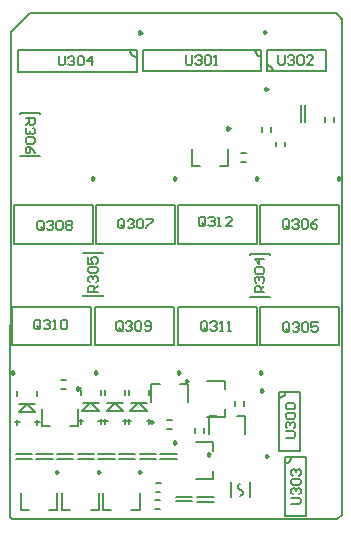
<source format=gto>
G04*
G04 #@! TF.GenerationSoftware,Altium Limited,Altium Designer,20.2.7 (254)*
G04*
G04 Layer_Color=65535*
%FSLAX25Y25*%
%MOIN*%
G70*
G04*
G04 #@! TF.SameCoordinates,5AC374DB-F55B-4F4B-A56E-E1240E510371*
G04*
G04*
G04 #@! TF.FilePolarity,Positive*
G04*
G01*
G75*
%ADD10C,0.00984*%
%ADD11C,0.00787*%
%ADD12C,0.00800*%
%ADD13C,0.00669*%
D10*
X59843Y46457D02*
X59104Y46883D01*
Y46031D01*
X59843Y46457D01*
X67225Y22047D02*
X66486Y22474D01*
Y21621D01*
X67225Y22047D01*
X73622Y130709D02*
X72884Y131135D01*
Y130282D01*
X73622Y130709D01*
X83169Y114035D02*
X82431Y114462D01*
Y113609D01*
X83169Y114035D01*
X57185Y49272D02*
X56447Y49698D01*
Y48845D01*
X57185Y49272D01*
X84547D02*
X83809Y49698D01*
Y48845D01*
X84547Y49272D01*
X110531Y114035D02*
X109793Y114462D01*
Y113609D01*
X110531Y114035D01*
X55807D02*
X55069Y114462D01*
Y113609D01*
X55807Y114035D01*
X28445D02*
X27707Y114462D01*
Y113609D01*
X28445Y114035D01*
X29429Y49272D02*
X28691Y49698D01*
Y48845D01*
X29429Y49272D01*
X1673D02*
X935Y49698D01*
X935Y48845D01*
X1673Y49272D01*
X30512Y16102D02*
X29774Y16529D01*
Y15676D01*
X30512Y16102D01*
X44272Y162559D02*
X43534Y162985D01*
Y162133D01*
X44272Y162559D01*
X86516Y21437D02*
X85778Y21863D01*
Y21011D01*
X86516Y21437D01*
X55905Y25886D02*
X55167Y26312D01*
Y25460D01*
X55905Y25886D01*
X16535Y16102D02*
X15797Y16529D01*
Y15676D01*
X16535Y16102D01*
X44094D02*
X43356Y16529D01*
Y15676D01*
X44094Y16102D01*
X48130Y32736D02*
X47392Y33163D01*
Y32310D01*
X48130Y32736D01*
X23622Y44055D02*
X22884Y44481D01*
Y43629D01*
X23622Y44055D01*
X85709Y162756D02*
X84970Y163182D01*
Y162330D01*
X85709Y162756D01*
X86319Y143858D02*
X85581Y144284D01*
Y143432D01*
X86319Y143858D01*
X84745Y43287D02*
X84006Y43714D01*
Y42861D01*
X84745Y43287D01*
D11*
X77165Y8247D02*
X78018Y8739D01*
Y9723D01*
X77165Y10215D01*
Y12193D02*
X76313Y11700D01*
Y10716D01*
X77165Y10224D01*
X40571Y156457D02*
X40835Y155473D01*
X41555Y154752D01*
X42539Y154488D01*
X92028Y18976D02*
X93012Y19240D01*
X93733Y19961D01*
X93997Y20945D01*
X82008Y156654D02*
X82272Y155669D01*
X82992Y154949D01*
X83976Y154685D01*
X88169Y149862D02*
X87906Y150847D01*
X87185Y151567D01*
X86201Y151831D01*
X90256Y40827D02*
X91241Y41091D01*
X91961Y41811D01*
X92225Y42795D01*
X72028Y34350D02*
Y37008D01*
Y43701D02*
Y46555D01*
X66220D02*
X72028D01*
X66220Y34350D02*
X72028D01*
X76181Y34724D02*
X78839D01*
X66634D02*
X69488D01*
X66634Y28917D02*
Y34724D01*
X78839Y28917D02*
Y34724D01*
X61024Y118032D02*
X63681D01*
X70374D02*
X73228D01*
Y123839D01*
X61024Y118032D02*
Y123839D01*
X274Y64889D02*
X793Y65408D01*
X274Y1377D02*
X514Y1137D01*
X1220Y430D01*
X109438D01*
X274Y1377D02*
Y64889D01*
X110931Y1924D02*
Y167180D01*
X109438Y430D02*
X110931Y1924D01*
X109061Y169050D02*
X110931Y167180D01*
X793Y162849D02*
X6994Y169050D01*
X109061D01*
X793Y65408D02*
Y162849D01*
X74016Y7776D02*
Y12697D01*
X80315Y7776D02*
Y12697D01*
X56496Y92185D02*
X82874D01*
X56496Y104980D02*
X82874D01*
Y92185D02*
Y104980D01*
X56496Y92185D02*
Y104980D01*
X82874Y58327D02*
Y71122D01*
X56496Y58327D02*
Y71122D01*
Y58327D02*
X82874D01*
X56496Y71122D02*
X82874D01*
X83858D02*
X110236D01*
X83858Y58327D02*
X110236D01*
X83858D02*
Y71122D01*
X110236Y58327D02*
Y71122D01*
X83858Y92185D02*
Y104980D01*
X110236Y92185D02*
Y104980D01*
X83858D02*
X110236D01*
X83858Y92185D02*
X110236D01*
X29134D02*
X55512D01*
X29134Y104980D02*
X55512D01*
Y92185D02*
Y104980D01*
X29134Y92185D02*
Y104980D01*
X1772Y92185D02*
Y104980D01*
X28150Y92185D02*
Y104980D01*
X1772D02*
X28150D01*
X1772Y92185D02*
X28150D01*
X28740Y71122D02*
X55118D01*
X28740Y58327D02*
X55118D01*
X28740D02*
Y71122D01*
X55118Y58327D02*
Y71122D01*
X27362Y58327D02*
Y71122D01*
X984Y58327D02*
Y71122D01*
Y58327D02*
X27362D01*
X984Y71122D02*
X27362D01*
X17913Y3425D02*
X20571D01*
X27264D02*
X30118D01*
Y9232D01*
X17913Y3425D02*
Y9232D01*
X24803Y89055D02*
Y89252D01*
X31299Y89055D02*
Y89252D01*
X24803D02*
X31299D01*
X24803Y74843D02*
X31299D01*
X24803D02*
Y75039D01*
X31299Y74843D02*
Y75039D01*
X3248Y149567D02*
Y156654D01*
X42618Y149567D02*
Y156654D01*
X3248Y149567D02*
X42618D01*
X3248Y156654D02*
X42618D01*
X91930Y1339D02*
Y21024D01*
X99016Y1339D02*
Y21024D01*
X91930D02*
X99016D01*
X91930Y1339D02*
X99016D01*
X3839Y135610D02*
Y135807D01*
X10335Y135610D02*
Y135807D01*
X3839D02*
X10335D01*
X3839Y121398D02*
X10335D01*
X3839D02*
Y121595D01*
X10335Y121398D02*
Y121595D01*
X62283Y13780D02*
X68091D01*
X62283Y25984D02*
X68091D01*
Y23130D02*
Y25984D01*
Y13780D02*
Y16437D01*
X2264Y22106D02*
X7776D01*
X2264Y20531D02*
X7776D01*
X9154D02*
X14665D01*
X9154Y22106D02*
X14665D01*
X16043D02*
X21555D01*
X16043Y20531D02*
X21555D01*
X22933D02*
X28445D01*
X22933Y22106D02*
X28445D01*
X29823D02*
X35335D01*
X29823Y20531D02*
X35335D01*
X36713D02*
X42224D01*
X36713Y22106D02*
X42224D01*
X43602D02*
X49114D01*
X43602Y20531D02*
X49114D01*
X50492D02*
X56004D01*
X50492Y22106D02*
X56004D01*
X62795Y6260D02*
X68307D01*
X62795Y7835D02*
X68307D01*
X55610Y7933D02*
X61122D01*
X55610Y6358D02*
X61122D01*
X40059Y32146D02*
Y33957D01*
X40689Y39193D02*
X46122D01*
X45965Y33031D02*
X47638D01*
X40571Y36476D02*
X43248Y39154D01*
X40059Y41791D02*
Y43563D01*
X46791Y41791D02*
Y43563D01*
Y32146D02*
Y33957D01*
X43445Y39154D02*
X46122Y36476D01*
X40689D02*
X46122D01*
X43248Y39154D02*
X43445D01*
X39370Y33031D02*
X40846D01*
X2165Y32638D02*
X3642D01*
X6043Y38760D02*
X6240D01*
X3484Y36083D02*
X8917D01*
X6240Y38760D02*
X8917Y36083D01*
X9587Y31752D02*
Y33563D01*
Y41398D02*
Y43169D01*
X2854Y41398D02*
Y43169D01*
X3366Y36083D02*
X6043Y38760D01*
X8760Y32638D02*
X10433D01*
X3484Y38799D02*
X8917D01*
X2854Y31752D02*
Y33563D01*
X24016Y32146D02*
Y33957D01*
X24646Y39193D02*
X30079D01*
X29921Y33031D02*
X31594D01*
X24528Y36476D02*
X27205Y39154D01*
X24016Y41791D02*
Y43563D01*
X30748Y41791D02*
Y43563D01*
Y32146D02*
Y33957D01*
X27402Y39154D02*
X30079Y36476D01*
X24646D02*
X30079D01*
X27205Y39154D02*
X27402D01*
X23327Y33031D02*
X24803D01*
X3937Y3425D02*
Y9232D01*
X16142Y3425D02*
Y9232D01*
X13287Y3425D02*
X16142D01*
X3937D02*
X6594D01*
X31496D02*
Y9232D01*
X43701Y3425D02*
Y9232D01*
X40846Y3425D02*
X43701D01*
X31496D02*
X34154D01*
X57086Y45414D02*
X59744D01*
X47539D02*
X50394D01*
X47539Y39606D02*
Y45414D01*
X59744Y39606D02*
Y45414D01*
X87008Y74350D02*
Y74547D01*
X80512Y74350D02*
Y74547D01*
Y74350D02*
X87008D01*
X80512Y88760D02*
X87008D01*
Y88563D02*
Y88760D01*
X80512Y88563D02*
Y88760D01*
X31496Y33031D02*
X32972D01*
X35374Y39154D02*
X35571D01*
X32815Y36476D02*
X38248D01*
X35571Y39154D02*
X38248Y36476D01*
X38917Y32146D02*
Y33957D01*
Y41791D02*
Y43563D01*
X32185Y41791D02*
Y43563D01*
X32697Y36476D02*
X35374Y39154D01*
X38091Y33031D02*
X39764D01*
X32815Y39193D02*
X38248D01*
X32185Y32146D02*
Y33957D01*
X11024Y31378D02*
Y37185D01*
X23228Y31378D02*
Y37185D01*
X20374Y31378D02*
X23228D01*
X11024D02*
X13681D01*
X44685Y156850D02*
X84055D01*
X44685Y149764D02*
X84055D01*
Y156850D01*
X44685Y149764D02*
Y156850D01*
X86122Y149764D02*
X105807D01*
X86122Y156850D02*
X105807D01*
X86122Y149764D02*
Y156850D01*
X105807Y149764D02*
Y156850D01*
X90158Y23189D02*
X97245D01*
X90158Y42874D02*
X97245D01*
Y23189D02*
Y42874D01*
X90158Y23189D02*
Y42874D01*
X97342Y132835D02*
Y138347D01*
X98917Y132835D02*
Y138347D01*
X787Y805D02*
X942Y650D01*
X110335Y167776D02*
X110925Y167185D01*
D12*
X78429Y38283D02*
X78429Y39858D01*
X75492Y38287D02*
X75492Y39862D01*
X62221Y29138D02*
X62221Y30713D01*
X65157Y29134D02*
X65158Y30709D01*
X108268Y132835D02*
X108268Y134409D01*
X105331Y132839D02*
X105331Y134414D01*
X49020Y12444D02*
X50595Y12444D01*
X49016Y9508D02*
X50591Y9508D01*
X48917Y3898D02*
X50492Y3898D01*
X48921Y6834D02*
X50496Y6834D01*
X52854Y30473D02*
X54429Y30473D01*
X52858Y33409D02*
X54433Y33409D01*
X84350Y129528D02*
X84351Y131102D01*
X87287Y129523D02*
X87287Y131098D01*
X77434Y122480D02*
X79009Y122480D01*
X77430Y119544D02*
X79005Y119544D01*
X17421Y46811D02*
X18996Y46811D01*
X17417Y43875D02*
X18992Y43875D01*
X91929Y124705D02*
X91929Y126279D01*
X88993Y124709D02*
X88993Y126284D01*
D13*
X5611Y133981D02*
X8759D01*
Y132407D01*
X8235Y131882D01*
X7185D01*
X6660Y132407D01*
Y133981D01*
Y132932D02*
X5611Y131882D01*
X8235Y130833D02*
X8759Y130308D01*
Y129258D01*
X8235Y128734D01*
X7710D01*
X7185Y129258D01*
Y129783D01*
Y129258D01*
X6660Y128734D01*
X6135D01*
X5611Y129258D01*
Y130308D01*
X6135Y130833D01*
X8235Y127684D02*
X8759Y127159D01*
Y126110D01*
X8235Y125585D01*
X6135D01*
X5611Y126110D01*
Y127159D01*
X6135Y127684D01*
X8235D01*
X8759Y122436D02*
X8235Y123486D01*
X7185Y124535D01*
X6135D01*
X5611Y124011D01*
Y122961D01*
X6135Y122436D01*
X6660D01*
X7185Y122961D01*
Y124535D01*
X94194Y5507D02*
X96818D01*
X97342Y6032D01*
Y7081D01*
X96818Y7606D01*
X94194D01*
X94719Y8656D02*
X94194Y9181D01*
Y10230D01*
X94719Y10755D01*
X95243D01*
X95768Y10230D01*
Y9705D01*
Y10230D01*
X96293Y10755D01*
X96818D01*
X97342Y10230D01*
Y9181D01*
X96818Y8656D01*
X94719Y11804D02*
X94194Y12329D01*
Y13379D01*
X94719Y13903D01*
X96818D01*
X97342Y13379D01*
Y12329D01*
X96818Y11804D01*
X94719D01*
Y14953D02*
X94194Y15478D01*
Y16527D01*
X94719Y17052D01*
X95243D01*
X95768Y16527D01*
Y16002D01*
Y16527D01*
X96293Y17052D01*
X96818D01*
X97342Y16527D01*
Y15478D01*
X96818Y14953D01*
X92324Y27554D02*
X94947D01*
X95472Y28079D01*
Y29129D01*
X94947Y29653D01*
X92324D01*
X92848Y30703D02*
X92324Y31228D01*
Y32277D01*
X92848Y32802D01*
X93373D01*
X93898Y32277D01*
Y31752D01*
Y32277D01*
X94423Y32802D01*
X94947D01*
X95472Y32277D01*
Y31228D01*
X94947Y30703D01*
X92848Y33852D02*
X92324Y34376D01*
Y35426D01*
X92848Y35951D01*
X94947D01*
X95472Y35426D01*
Y34376D01*
X94947Y33852D01*
X92848D01*
Y37000D02*
X92324Y37525D01*
Y38574D01*
X92848Y39099D01*
X94947D01*
X95472Y38574D01*
Y37525D01*
X94947Y37000D01*
X92848D01*
X16669Y154783D02*
Y152159D01*
X17193Y151634D01*
X18243D01*
X18768Y152159D01*
Y154783D01*
X19817Y154258D02*
X20342Y154783D01*
X21392D01*
X21916Y154258D01*
Y153734D01*
X21392Y153209D01*
X20867D01*
X21392D01*
X21916Y152684D01*
Y152159D01*
X21392Y151634D01*
X20342D01*
X19817Y152159D01*
X22966Y154258D02*
X23491Y154783D01*
X24540D01*
X25065Y154258D01*
Y152159D01*
X24540Y151634D01*
X23491D01*
X22966Y152159D01*
Y154258D01*
X27689Y151634D02*
Y154783D01*
X26114Y153209D01*
X28213D01*
X89897Y155078D02*
Y152454D01*
X90422Y151930D01*
X91471D01*
X91996Y152454D01*
Y155078D01*
X93046Y154553D02*
X93570Y155078D01*
X94620D01*
X95145Y154553D01*
Y154029D01*
X94620Y153504D01*
X94095D01*
X94620D01*
X95145Y152979D01*
Y152454D01*
X94620Y151930D01*
X93570D01*
X93046Y152454D01*
X96194Y154553D02*
X96719Y155078D01*
X97768D01*
X98293Y154553D01*
Y152454D01*
X97768Y151930D01*
X96719D01*
X96194Y152454D01*
Y154553D01*
X101442Y151930D02*
X99343D01*
X101442Y154029D01*
Y154553D01*
X100917Y155078D01*
X99867D01*
X99343Y154553D01*
X59024Y154980D02*
Y152356D01*
X59549Y151831D01*
X60598D01*
X61123Y152356D01*
Y154980D01*
X62173Y154455D02*
X62697Y154980D01*
X63747D01*
X64272Y154455D01*
Y153930D01*
X63747Y153405D01*
X63222D01*
X63747D01*
X64272Y152881D01*
Y152356D01*
X63747Y151831D01*
X62697D01*
X62173Y152356D01*
X65321Y154455D02*
X65846Y154980D01*
X66896D01*
X67420Y154455D01*
Y152356D01*
X66896Y151831D01*
X65846D01*
X65321Y152356D01*
Y154455D01*
X68470Y151831D02*
X69519D01*
X68995D01*
Y154980D01*
X68470Y154455D01*
X29625Y76177D02*
X26477D01*
Y77751D01*
X27002Y78276D01*
X28051D01*
X28576Y77751D01*
Y76177D01*
Y77226D02*
X29625Y78276D01*
X27002Y79325D02*
X26477Y79850D01*
Y80899D01*
X27002Y81424D01*
X27526D01*
X28051Y80899D01*
Y80375D01*
Y80899D01*
X28576Y81424D01*
X29101D01*
X29625Y80899D01*
Y79850D01*
X29101Y79325D01*
X27002Y82474D02*
X26477Y82999D01*
Y84048D01*
X27002Y84573D01*
X29101D01*
X29625Y84048D01*
Y82999D01*
X29101Y82474D01*
X27002D01*
X26477Y87721D02*
Y85622D01*
X28051D01*
X27526Y86672D01*
Y87197D01*
X28051Y87721D01*
X29101D01*
X29625Y87197D01*
Y86147D01*
X29101Y85622D01*
X85137Y75980D02*
X81989D01*
Y77554D01*
X82513Y78079D01*
X83563D01*
X84088Y77554D01*
Y75980D01*
Y77029D02*
X85137Y78079D01*
X82513Y79128D02*
X81989Y79653D01*
Y80703D01*
X82513Y81227D01*
X83038D01*
X83563Y80703D01*
Y80178D01*
Y80703D01*
X84088Y81227D01*
X84613D01*
X85137Y80703D01*
Y79653D01*
X84613Y79128D01*
X82513Y82277D02*
X81989Y82802D01*
Y83851D01*
X82513Y84376D01*
X84613D01*
X85137Y83851D01*
Y82802D01*
X84613Y82277D01*
X82513D01*
X85137Y87000D02*
X81989D01*
X83563Y85425D01*
Y87524D01*
X10565Y64265D02*
Y66365D01*
X10041Y66889D01*
X8991D01*
X8466Y66365D01*
Y64265D01*
X8991Y63741D01*
X10041D01*
X9516Y64790D02*
X10565Y63741D01*
X10041D02*
X10565Y64265D01*
X11615Y66365D02*
X12140Y66889D01*
X13189D01*
X13714Y66365D01*
Y65840D01*
X13189Y65315D01*
X12664D01*
X13189D01*
X13714Y64790D01*
Y64265D01*
X13189Y63741D01*
X12140D01*
X11615Y64265D01*
X14764Y63741D02*
X15813D01*
X15288D01*
Y66889D01*
X14764Y66365D01*
X17387D02*
X17912Y66889D01*
X18962D01*
X19486Y66365D01*
Y64265D01*
X18962Y63741D01*
X17912D01*
X17387Y64265D01*
Y66365D01*
X37960Y63773D02*
Y65872D01*
X37436Y66397D01*
X36386D01*
X35862Y65872D01*
Y63773D01*
X36386Y63249D01*
X37436D01*
X36911Y64298D02*
X37960Y63249D01*
X37436D02*
X37960Y63773D01*
X39010Y65872D02*
X39535Y66397D01*
X40584D01*
X41109Y65872D01*
Y65348D01*
X40584Y64823D01*
X40060D01*
X40584D01*
X41109Y64298D01*
Y63773D01*
X40584Y63249D01*
X39535D01*
X39010Y63773D01*
X42159Y65872D02*
X42683Y66397D01*
X43733D01*
X44258Y65872D01*
Y63773D01*
X43733Y63249D01*
X42683D01*
X42159Y63773D01*
Y65872D01*
X45307Y63773D02*
X45832Y63249D01*
X46881D01*
X47406Y63773D01*
Y65872D01*
X46881Y66397D01*
X45832D01*
X45307Y65872D01*
Y65348D01*
X45832Y64823D01*
X47406D01*
X11681Y97336D02*
Y99435D01*
X11156Y99960D01*
X10107D01*
X9582Y99435D01*
Y97336D01*
X10107Y96812D01*
X11156D01*
X10632Y97861D02*
X11681Y96812D01*
X11156D02*
X11681Y97336D01*
X12731Y99435D02*
X13255Y99960D01*
X14305D01*
X14830Y99435D01*
Y98911D01*
X14305Y98386D01*
X13780D01*
X14305D01*
X14830Y97861D01*
Y97336D01*
X14305Y96812D01*
X13255D01*
X12731Y97336D01*
X15879Y99435D02*
X16404Y99960D01*
X17453D01*
X17978Y99435D01*
Y97336D01*
X17453Y96812D01*
X16404D01*
X15879Y97336D01*
Y99435D01*
X19028D02*
X19553Y99960D01*
X20602D01*
X21127Y99435D01*
Y98911D01*
X20602Y98386D01*
X21127Y97861D01*
Y97336D01*
X20602Y96812D01*
X19553D01*
X19028Y97336D01*
Y97861D01*
X19553Y98386D01*
X19028Y98911D01*
Y99435D01*
X19553Y98386D02*
X20602D01*
X38551Y97829D02*
Y99928D01*
X38026Y100452D01*
X36977D01*
X36452Y99928D01*
Y97829D01*
X36977Y97304D01*
X38026D01*
X37502Y98353D02*
X38551Y97304D01*
X38026D02*
X38551Y97829D01*
X39601Y99928D02*
X40125Y100452D01*
X41175D01*
X41700Y99928D01*
Y99403D01*
X41175Y98878D01*
X40650D01*
X41175D01*
X41700Y98353D01*
Y97829D01*
X41175Y97304D01*
X40125D01*
X39601Y97829D01*
X42749Y99928D02*
X43274Y100452D01*
X44324D01*
X44848Y99928D01*
Y97829D01*
X44324Y97304D01*
X43274D01*
X42749Y97829D01*
Y99928D01*
X45898Y100452D02*
X47997D01*
Y99928D01*
X45898Y97829D01*
Y97304D01*
X93472Y97730D02*
Y99829D01*
X92948Y100354D01*
X91898D01*
X91373Y99829D01*
Y97730D01*
X91898Y97205D01*
X92948D01*
X92423Y98255D02*
X93472Y97205D01*
X92948D02*
X93472Y97730D01*
X94522Y99829D02*
X95047Y100354D01*
X96096D01*
X96621Y99829D01*
Y99304D01*
X96096Y98780D01*
X95571D01*
X96096D01*
X96621Y98255D01*
Y97730D01*
X96096Y97205D01*
X95047D01*
X94522Y97730D01*
X97671Y99829D02*
X98195Y100354D01*
X99245D01*
X99770Y99829D01*
Y97730D01*
X99245Y97205D01*
X98195D01*
X97671Y97730D01*
Y99829D01*
X102918Y100354D02*
X101869Y99829D01*
X100819Y98780D01*
Y97730D01*
X101344Y97205D01*
X102393D01*
X102918Y97730D01*
Y98255D01*
X102393Y98780D01*
X100819D01*
X93571Y63380D02*
Y65479D01*
X93046Y66004D01*
X91997D01*
X91472Y65479D01*
Y63380D01*
X91997Y62855D01*
X93046D01*
X92521Y63904D02*
X93571Y62855D01*
X93046D02*
X93571Y63380D01*
X94620Y65479D02*
X95145Y66004D01*
X96195D01*
X96719Y65479D01*
Y64954D01*
X96195Y64429D01*
X95670D01*
X96195D01*
X96719Y63904D01*
Y63380D01*
X96195Y62855D01*
X95145D01*
X94620Y63380D01*
X97769Y65479D02*
X98294Y66004D01*
X99343D01*
X99868Y65479D01*
Y63380D01*
X99343Y62855D01*
X98294D01*
X97769Y63380D01*
Y65479D01*
X103016Y66004D02*
X100917D01*
Y64429D01*
X101967Y64954D01*
X102492D01*
X103016Y64429D01*
Y63380D01*
X102492Y62855D01*
X101442D01*
X100917Y63380D01*
X66208Y63773D02*
Y65872D01*
X65684Y66397D01*
X64634D01*
X64109Y65872D01*
Y63773D01*
X64634Y63249D01*
X65684D01*
X65159Y64298D02*
X66208Y63249D01*
X65684D02*
X66208Y63773D01*
X67258Y65872D02*
X67783Y66397D01*
X68832D01*
X69357Y65872D01*
Y65348D01*
X68832Y64823D01*
X68307D01*
X68832D01*
X69357Y64298D01*
Y63773D01*
X68832Y63249D01*
X67783D01*
X67258Y63773D01*
X70406Y63249D02*
X71456D01*
X70931D01*
Y66397D01*
X70406Y65872D01*
X73030Y63249D02*
X74080D01*
X73555D01*
Y66397D01*
X73030Y65872D01*
X65487Y98616D02*
Y100715D01*
X64962Y101240D01*
X63912D01*
X63388Y100715D01*
Y98616D01*
X63912Y98091D01*
X64962D01*
X64437Y99141D02*
X65487Y98091D01*
X64962D02*
X65487Y98616D01*
X66536Y100715D02*
X67061Y101240D01*
X68111D01*
X68635Y100715D01*
Y100190D01*
X68111Y99665D01*
X67586D01*
X68111D01*
X68635Y99141D01*
Y98616D01*
X68111Y98091D01*
X67061D01*
X66536Y98616D01*
X69685Y98091D02*
X70734D01*
X70210D01*
Y101240D01*
X69685Y100715D01*
X74408Y98091D02*
X72309D01*
X74408Y100190D01*
Y100715D01*
X73883Y101240D01*
X72833D01*
X72309Y100715D01*
M02*

</source>
